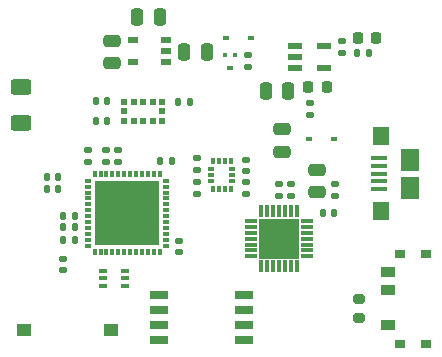
<source format=gbr>
%TF.GenerationSoftware,KiCad,Pcbnew,(6.0.0)*%
%TF.CreationDate,2022-05-30T17:20:12+01:00*%
%TF.ProjectId,Tracer,54726163-6572-42e6-9b69-6361645f7063,E*%
%TF.SameCoordinates,Original*%
%TF.FileFunction,Paste,Top*%
%TF.FilePolarity,Positive*%
%FSLAX46Y46*%
G04 Gerber Fmt 4.6, Leading zero omitted, Abs format (unit mm)*
G04 Created by KiCad (PCBNEW (6.0.0)) date 2022-05-30 17:20:12*
%MOMM*%
%LPD*%
G01*
G04 APERTURE LIST*
G04 Aperture macros list*
%AMRoundRect*
0 Rectangle with rounded corners*
0 $1 Rounding radius*
0 $2 $3 $4 $5 $6 $7 $8 $9 X,Y pos of 4 corners*
0 Add a 4 corners polygon primitive as box body*
4,1,4,$2,$3,$4,$5,$6,$7,$8,$9,$2,$3,0*
0 Add four circle primitives for the rounded corners*
1,1,$1+$1,$2,$3*
1,1,$1+$1,$4,$5*
1,1,$1+$1,$6,$7*
1,1,$1+$1,$8,$9*
0 Add four rect primitives between the rounded corners*
20,1,$1+$1,$2,$3,$4,$5,0*
20,1,$1+$1,$4,$5,$6,$7,0*
20,1,$1+$1,$6,$7,$8,$9,0*
20,1,$1+$1,$8,$9,$2,$3,0*%
G04 Aperture macros list end*
%ADD10RoundRect,0.140000X-0.140000X-0.170000X0.140000X-0.170000X0.140000X0.170000X-0.140000X0.170000X0*%
%ADD11RoundRect,0.135000X0.135000X0.185000X-0.135000X0.185000X-0.135000X-0.185000X0.135000X-0.185000X0*%
%ADD12RoundRect,0.140000X0.170000X-0.140000X0.170000X0.140000X-0.170000X0.140000X-0.170000X-0.140000X0*%
%ADD13RoundRect,0.250000X0.475000X-0.250000X0.475000X0.250000X-0.475000X0.250000X-0.475000X-0.250000X0*%
%ADD14RoundRect,0.250000X0.250000X0.475000X-0.250000X0.475000X-0.250000X-0.475000X0.250000X-0.475000X0*%
%ADD15R,0.600000X0.450000*%
%ADD16R,0.400000X0.450000*%
%ADD17R,0.500000X0.450000*%
%ADD18RoundRect,0.135000X-0.135000X-0.185000X0.135000X-0.185000X0.135000X0.185000X-0.135000X0.185000X0*%
%ADD19RoundRect,0.250000X-0.250000X-0.475000X0.250000X-0.475000X0.250000X0.475000X-0.250000X0.475000X0*%
%ADD20R,0.500000X0.500000*%
%ADD21RoundRect,0.135000X-0.185000X0.135000X-0.185000X-0.135000X0.185000X-0.135000X0.185000X0.135000X0*%
%ADD22R,0.350000X0.575000*%
%ADD23R,0.575000X0.350000*%
%ADD24R,1.350000X0.400000*%
%ADD25R,1.400000X1.600000*%
%ADD26R,1.600000X1.900000*%
%ADD27R,1.200000X0.600000*%
%ADD28RoundRect,0.140000X0.140000X0.170000X-0.140000X0.170000X-0.140000X-0.170000X0.140000X-0.170000X0*%
%ADD29RoundRect,0.218750X-0.218750X-0.256250X0.218750X-0.256250X0.218750X0.256250X-0.218750X0.256250X0*%
%ADD30RoundRect,0.135000X0.185000X-0.135000X0.185000X0.135000X-0.185000X0.135000X-0.185000X-0.135000X0*%
%ADD31RoundRect,0.140000X-0.170000X0.140000X-0.170000X-0.140000X0.170000X-0.140000X0.170000X0.140000X0*%
%ADD32R,1.250000X0.900000*%
%ADD33R,0.900000X0.800000*%
%ADD34R,1.200000X1.000000*%
%ADD35R,1.000000X0.300000*%
%ADD36R,0.300000X1.000000*%
%ADD37R,3.350000X3.350000*%
%ADD38RoundRect,0.250000X-0.625000X0.400000X-0.625000X-0.400000X0.625000X-0.400000X0.625000X0.400000X0*%
%ADD39R,0.650000X0.400000*%
%ADD40R,0.550000X0.350000*%
%ADD41R,0.350000X0.550000*%
%ADD42R,5.500000X5.500000*%
%ADD43RoundRect,0.200000X-0.275000X0.200000X-0.275000X-0.200000X0.275000X-0.200000X0.275000X0.200000X0*%
%ADD44R,0.900000X0.600000*%
%ADD45R,1.650000X0.650000*%
G04 APERTURE END LIST*
D10*
%TO.C,C15*%
X142320000Y-95100000D03*
X143280000Y-95100000D03*
%TD*%
D11*
%TO.C,R10*%
X135110000Y-99750000D03*
X134090000Y-99750000D03*
%TD*%
D12*
%TO.C,C1*%
X149600000Y-97900000D03*
X149600000Y-96940000D03*
%TD*%
D13*
%TO.C,C16*%
X138195000Y-86850000D03*
X138195000Y-84950000D03*
%TD*%
D14*
%TO.C,C5*%
X153155000Y-89200000D03*
X151255000Y-89200000D03*
%TD*%
D15*
%TO.C,D1*%
X154900000Y-93300000D03*
X157000000Y-93300000D03*
%TD*%
D16*
%TO.C,Q2*%
X148600000Y-86125000D03*
X147800000Y-86125000D03*
D17*
X148200000Y-87275000D03*
%TD*%
D18*
%TO.C,R7*%
X134090000Y-100750000D03*
X135110000Y-100750000D03*
%TD*%
D13*
%TO.C,C3*%
X152650000Y-94350000D03*
X152650000Y-92450000D03*
%TD*%
D19*
%TO.C,C6*%
X140345000Y-82900000D03*
X142245000Y-82900000D03*
%TD*%
D20*
%TO.C,IC4*%
X139250000Y-90131885D03*
X140050000Y-90131885D03*
X140850000Y-90131885D03*
X141650000Y-90131885D03*
X142450000Y-90131885D03*
X142450000Y-90931885D03*
X142450000Y-91731885D03*
X141650000Y-91731885D03*
X140850000Y-91731885D03*
X140050000Y-91731885D03*
X139250000Y-91731885D03*
X139250000Y-90931885D03*
%TD*%
D21*
%TO.C,R12*%
X153350000Y-97090000D03*
X153350000Y-98110000D03*
%TD*%
D22*
%TO.C,IC1*%
X146750000Y-97463000D03*
X147250000Y-97463000D03*
X147750000Y-97463000D03*
X148250000Y-97463000D03*
D23*
X148412000Y-96800000D03*
X148412000Y-96300000D03*
X148412000Y-95800000D03*
D22*
X148250000Y-95137000D03*
X147750000Y-95137000D03*
X147250000Y-95137000D03*
X146750000Y-95137000D03*
D23*
X146588000Y-95800000D03*
X146588000Y-96300000D03*
X146588000Y-96800000D03*
%TD*%
D24*
%TO.C,J1*%
X160800000Y-97500000D03*
X160800000Y-96850000D03*
X160800000Y-96200000D03*
X160800000Y-95550000D03*
X160800000Y-94900000D03*
D25*
X161025000Y-99400000D03*
D26*
X163475000Y-97400000D03*
X163475000Y-95000000D03*
D25*
X161025000Y-93000000D03*
%TD*%
D27*
%TO.C,IC5*%
X153705000Y-85350000D03*
X153705000Y-86300000D03*
X153705000Y-87250000D03*
X156205000Y-87250000D03*
X156205000Y-85350000D03*
%TD*%
D18*
%TO.C,R16*%
X143840000Y-90150000D03*
X144860000Y-90150000D03*
%TD*%
D11*
%TO.C,R2*%
X160010000Y-86000000D03*
X158990000Y-86000000D03*
%TD*%
D12*
%TO.C,C7*%
X134100000Y-104360000D03*
X134100000Y-103400000D03*
%TD*%
%TO.C,C10*%
X137700000Y-95180000D03*
X137700000Y-94220000D03*
%TD*%
%TO.C,C14*%
X138700000Y-95180000D03*
X138700000Y-94220000D03*
%TD*%
D13*
%TO.C,C18*%
X155600000Y-97750000D03*
X155600000Y-95850000D03*
%TD*%
D12*
%TO.C,C13*%
X136200000Y-95180000D03*
X136200000Y-94220000D03*
%TD*%
D28*
%TO.C,C20*%
X137830000Y-91750000D03*
X136870000Y-91750000D03*
%TD*%
D29*
%TO.C,D2*%
X159012500Y-84700000D03*
X160587500Y-84700000D03*
%TD*%
D21*
%TO.C,R4*%
X145400000Y-94890000D03*
X145400000Y-95910000D03*
%TD*%
D30*
%TO.C,R6*%
X157700000Y-86000000D03*
X157700000Y-84980000D03*
%TD*%
%TO.C,R3*%
X155000000Y-91210000D03*
X155000000Y-90190000D03*
%TD*%
D31*
%TO.C,C2*%
X149600000Y-95020000D03*
X149600000Y-95980000D03*
%TD*%
D32*
%TO.C,S2*%
X161625000Y-104550000D03*
X161625000Y-106050000D03*
X161625000Y-109050000D03*
D33*
X164800000Y-103000000D03*
X162600000Y-103000000D03*
X162600000Y-110600000D03*
X164800000Y-110600000D03*
%TD*%
D34*
%TO.C,S1*%
X138150000Y-109400000D03*
X130750000Y-109400000D03*
%TD*%
D29*
%TO.C,D4*%
X154812500Y-88900000D03*
X156387500Y-88900000D03*
%TD*%
D15*
%TO.C,D3*%
X147850000Y-84700000D03*
X149950000Y-84700000D03*
%TD*%
D30*
%TO.C,R1*%
X149700000Y-87210000D03*
X149700000Y-86190000D03*
%TD*%
D28*
%TO.C,C19*%
X137830000Y-90050000D03*
X136870000Y-90050000D03*
%TD*%
D35*
%TO.C,IC8*%
X154700000Y-103200000D03*
X154700000Y-102700000D03*
X154700000Y-102200000D03*
X154700000Y-101700000D03*
X154700000Y-101200000D03*
X154700000Y-100700000D03*
X154700000Y-100200000D03*
D36*
X153850000Y-99350000D03*
X153350000Y-99350000D03*
X152850000Y-99350000D03*
X152350000Y-99350000D03*
X151850000Y-99350000D03*
X151350000Y-99350000D03*
X150850000Y-99350000D03*
D35*
X150000000Y-100200000D03*
X150000000Y-100700000D03*
X150000000Y-101200000D03*
X150000000Y-101700000D03*
X150000000Y-102200000D03*
X150000000Y-102700000D03*
X150000000Y-103200000D03*
D36*
X150850000Y-104050000D03*
X151350000Y-104050000D03*
X151850000Y-104050000D03*
X152350000Y-104050000D03*
X152850000Y-104050000D03*
X153350000Y-104050000D03*
X153850000Y-104050000D03*
D37*
X152350000Y-101700000D03*
%TD*%
D28*
%TO.C,C12*%
X133680000Y-96500000D03*
X132720000Y-96500000D03*
%TD*%
D38*
%TO.C,AE1*%
X130500000Y-88850000D03*
X130500000Y-91950000D03*
%TD*%
D11*
%TO.C,R9*%
X135110000Y-101800000D03*
X134090000Y-101800000D03*
%TD*%
D39*
%TO.C,Q1*%
X139350000Y-105700000D03*
X139350000Y-105050000D03*
X139350000Y-104400000D03*
X137450000Y-104400000D03*
X137450000Y-105050000D03*
X137450000Y-105700000D03*
%TD*%
D40*
%TO.C,IC3*%
X136200000Y-96800000D03*
X136200000Y-97300000D03*
X136200000Y-97800000D03*
X136200000Y-98300000D03*
X136200000Y-98800000D03*
X136200000Y-99300000D03*
X136200000Y-99800000D03*
X136200000Y-100300000D03*
X136200000Y-100800000D03*
X136200000Y-101300000D03*
X136200000Y-101800000D03*
X136200000Y-102300000D03*
D41*
X136750000Y-102850000D03*
X137250000Y-102850000D03*
X137750000Y-102850000D03*
X138250000Y-102850000D03*
X138750000Y-102850000D03*
X139250000Y-102850000D03*
X139750000Y-102850000D03*
X140250000Y-102850000D03*
X140750000Y-102850000D03*
X141250000Y-102850000D03*
X141750000Y-102850000D03*
X142250000Y-102850000D03*
D40*
X142800000Y-102300000D03*
X142800000Y-101800000D03*
X142800000Y-101300000D03*
X142800000Y-100800000D03*
X142800000Y-100300000D03*
X142800000Y-99800000D03*
X142800000Y-99300000D03*
X142800000Y-98800000D03*
X142800000Y-98300000D03*
X142800000Y-97800000D03*
X142800000Y-97300000D03*
X142800000Y-96800000D03*
D41*
X142250000Y-96250000D03*
X141750000Y-96250000D03*
X141250000Y-96250000D03*
X140750000Y-96250000D03*
X140250000Y-96250000D03*
X139750000Y-96250000D03*
X139250000Y-96250000D03*
X138750000Y-96250000D03*
X138250000Y-96250000D03*
X137750000Y-96250000D03*
X137250000Y-96250000D03*
X136750000Y-96250000D03*
D42*
X139494000Y-99537000D03*
%TD*%
D10*
%TO.C,C17*%
X156070000Y-99550000D03*
X157030000Y-99550000D03*
%TD*%
D30*
%TO.C,R5*%
X145400000Y-97920000D03*
X145400000Y-96900000D03*
%TD*%
D12*
%TO.C,C8*%
X157100000Y-98060000D03*
X157100000Y-97100000D03*
%TD*%
D14*
%TO.C,C4*%
X146245000Y-85900000D03*
X144345000Y-85900000D03*
%TD*%
D43*
%TO.C,R8*%
X159100000Y-106775000D03*
X159100000Y-108425000D03*
%TD*%
D44*
%TO.C,IC6*%
X142795000Y-86750000D03*
X142795000Y-85800000D03*
X142795000Y-84850000D03*
X139995000Y-84850000D03*
X139995000Y-86750000D03*
%TD*%
D30*
%TO.C,R13*%
X152350000Y-98120000D03*
X152350000Y-97100000D03*
%TD*%
D45*
%TO.C,IC2*%
X142200000Y-106495000D03*
X142200000Y-107765000D03*
X142200000Y-109035000D03*
X142200000Y-110305000D03*
X149400000Y-110305000D03*
X149400000Y-109035000D03*
X149400000Y-107765000D03*
X149400000Y-106495000D03*
%TD*%
D31*
%TO.C,C11*%
X143900000Y-101870000D03*
X143900000Y-102830000D03*
%TD*%
D28*
%TO.C,C9*%
X133680000Y-97500000D03*
X132720000Y-97500000D03*
%TD*%
M02*

</source>
